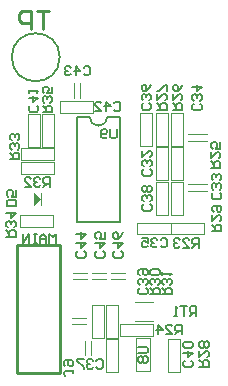
<source format=gbo>
G04*
G04 #@! TF.GenerationSoftware,Altium Limited,Altium Designer,21.1.1 (26)*
G04*
G04 Layer_Color=32896*
%FSLAX25Y25*%
%MOIN*%
G70*
G04*
G04 #@! TF.SameCoordinates,6B619DD0-B0A8-45CE-B01B-E577E84972AB*
G04*
G04*
G04 #@! TF.FilePolarity,Positive*
G04*
G01*
G75*
%ADD10C,0.00787*%
%ADD13C,0.00984*%
%ADD14C,0.00394*%
%ADD20C,0.00591*%
%ADD21C,0.01000*%
G36*
X294882Y58780D02*
X292520Y61142D01*
Y56417D01*
X294882Y58780D01*
D02*
G37*
D10*
X301000Y106000D02*
G03*
X301000Y106000I-8000J0D01*
G01*
X311153Y85984D02*
G03*
X316721Y85984I2784J0D01*
G01*
X321024Y50945D02*
Y85984D01*
X306850Y50945D02*
X321024D01*
X306850D02*
Y85984D01*
X311153D01*
X316721D02*
X321024D01*
D13*
X286614Y787D02*
X301181D01*
Y43307D01*
X286614D02*
X301181D01*
X286614Y787D02*
Y43307D01*
D14*
X311476Y6654D02*
Y11378D01*
X309508Y6654D02*
Y11378D01*
X305177Y18937D02*
X309902D01*
X305177Y16969D02*
X309902D01*
X316398Y12382D02*
X320335D01*
X316398D02*
Y23405D01*
X320335D01*
Y12382D02*
Y23405D01*
X311673Y12382D02*
X315610D01*
X311673D02*
Y23405D01*
X315610D01*
Y12382D02*
Y23405D01*
X320276Y925D02*
Y11949D01*
X316339D02*
X320276D01*
X316339Y925D02*
Y11949D01*
Y925D02*
X320276D01*
X326378Y1339D02*
X331102D01*
Y12362D01*
X326378D02*
X331102D01*
X326378Y1339D02*
Y12362D01*
X326161Y17992D02*
X332067D01*
X326161Y24291D02*
X332067D01*
X332205Y13012D02*
Y16949D01*
X321181Y13012D02*
X332205D01*
X321181D02*
Y16949D01*
X332205D01*
X337008Y11969D02*
X340945D01*
Y945D02*
Y11969D01*
X337008Y945D02*
X340945D01*
X337008D02*
Y11969D01*
X288228Y67047D02*
Y70984D01*
X299252D01*
Y67047D02*
Y70984D01*
X288228Y67047D02*
X299252D01*
X287657Y49528D02*
Y53465D01*
X298681D01*
Y49528D02*
Y53465D01*
X287657Y49528D02*
X298681D01*
X327898Y76378D02*
Y87402D01*
Y76378D02*
X331835D01*
Y87402D01*
X327898D02*
X331835D01*
X333071D02*
X337008D01*
Y76378D02*
Y87402D01*
X333071Y76378D02*
X337008D01*
X333071D02*
Y87402D01*
X338189Y76378D02*
X342126D01*
X338189D02*
Y87402D01*
X342126D01*
Y76378D02*
Y87402D01*
X342028Y53504D02*
Y64528D01*
X338091D02*
X342028D01*
X338091Y53504D02*
Y64528D01*
Y53504D02*
X342028D01*
X333248Y53425D02*
X337185D01*
X333248D02*
Y64449D01*
X337185D01*
Y53425D02*
Y64449D01*
X337175Y64984D02*
Y76007D01*
X333238D02*
X337175D01*
X333238Y64984D02*
Y76007D01*
Y64984D02*
X337175D01*
X338090Y65046D02*
X342027D01*
X338090D02*
Y76070D01*
X342027D01*
Y65046D02*
Y76070D01*
X343846Y63875D02*
X350145D01*
X343846Y61513D02*
X350145D01*
X343855Y78152D02*
X350154D01*
X343855Y80514D02*
X350154D01*
X338090Y46929D02*
Y50866D01*
X349114D01*
Y46929D02*
Y50866D01*
X338090Y46929D02*
X349114D01*
X326929Y50866D02*
X337953D01*
X326929Y46929D02*
Y50866D01*
Y46929D02*
X337953D01*
Y50866D01*
X305512Y32087D02*
X310236D01*
X305512Y34055D02*
X310236D01*
X311811Y32087D02*
X316535D01*
X311811Y34055D02*
X316535D01*
X318110Y32087D02*
X322835D01*
X318110Y34055D02*
X322835D01*
X294882Y56811D02*
Y60748D01*
X288189Y71653D02*
Y75590D01*
X299213D01*
Y71653D02*
Y75590D01*
X288189Y71653D02*
X299213D01*
X290413Y75984D02*
Y87008D01*
Y75984D02*
X294350D01*
Y87008D01*
X290413D02*
X294350D01*
X295059Y75965D02*
X298996D01*
X295059D02*
Y86988D01*
X298996D01*
Y75965D02*
Y86988D01*
X301181Y91339D02*
X312205D01*
X301181Y87402D02*
Y91339D01*
Y87402D02*
X312205D01*
Y91339D01*
X307658Y92539D02*
Y97264D01*
X305689Y92539D02*
Y97264D01*
D20*
X299665Y43937D02*
Y47086D01*
X298616Y46036D01*
X297566Y47086D01*
Y43937D01*
X296517D02*
Y46036D01*
X295467Y47086D01*
X294418Y46036D01*
Y43937D01*
Y45511D01*
X296517D01*
X293368Y47086D02*
X292319D01*
X292843D01*
Y43937D01*
X293368D01*
X292319D01*
X290744D02*
Y47086D01*
X288645Y43937D01*
Y47086D01*
X305492Y1877D02*
Y827D01*
Y1352D01*
X302868D01*
X302343Y827D01*
Y302D01*
X302868Y-222D01*
Y2926D02*
X302343Y3451D01*
Y4501D01*
X302868Y5025D01*
X304967D01*
X305492Y4501D01*
Y3451D01*
X304967Y2926D01*
X304442D01*
X303917Y3451D01*
Y5025D01*
X320025Y82066D02*
Y79443D01*
X319501Y78918D01*
X318451D01*
X317926Y79443D01*
Y82066D01*
X316877Y79443D02*
X316352Y78918D01*
X315302D01*
X314778Y79443D01*
Y81542D01*
X315302Y82066D01*
X316352D01*
X316877Y81542D01*
Y81017D01*
X316352Y80492D01*
X314778D01*
X327166Y9474D02*
X329790D01*
X330314Y8949D01*
Y7900D01*
X329790Y7375D01*
X327166D01*
X327691Y6326D02*
X327166Y5801D01*
Y4751D01*
X327691Y4227D01*
X328215D01*
X328740Y4751D01*
X329265Y4227D01*
X329790D01*
X330314Y4751D01*
Y5801D01*
X329790Y6326D01*
X329265D01*
X328740Y5801D01*
X328215Y6326D01*
X327691D01*
X328740Y5801D02*
Y4751D01*
X346488Y19784D02*
Y22933D01*
X344914D01*
X344389Y22408D01*
Y21358D01*
X344914Y20833D01*
X346488D01*
X345439D02*
X344389Y19784D01*
X343340Y22933D02*
X341241D01*
X342290D01*
Y19784D01*
X340191D02*
X339142D01*
X339666D01*
Y22933D01*
X340191Y22408D01*
X295276Y87751D02*
X298425D01*
Y89325D01*
X297900Y89850D01*
X296850D01*
X296326Y89325D01*
Y87751D01*
Y88800D02*
X295276Y89850D01*
X297900Y90899D02*
X298425Y91424D01*
Y92474D01*
X297900Y92998D01*
X297375D01*
X296850Y92474D01*
Y91949D01*
Y92474D01*
X296326Y92998D01*
X295801D01*
X295276Y92474D01*
Y91424D01*
X295801Y90899D01*
X298425Y96147D02*
Y94048D01*
X296850D01*
X297375Y95097D01*
Y95622D01*
X296850Y96147D01*
X295801D01*
X295276Y95622D01*
Y94573D01*
X295801Y94048D01*
X283209Y46176D02*
X286358D01*
Y47750D01*
X285833Y48275D01*
X284784D01*
X284259Y47750D01*
Y46176D01*
Y47225D02*
X283209Y48275D01*
X285833Y49325D02*
X286358Y49849D01*
Y50899D01*
X285833Y51424D01*
X285308D01*
X284784Y50899D01*
Y50374D01*
Y50899D01*
X284259Y51424D01*
X283734D01*
X283209Y50899D01*
Y49849D01*
X283734Y49325D01*
X283209Y54047D02*
X286358D01*
X284784Y52473D01*
Y54572D01*
X284449Y72062D02*
X287598D01*
Y73636D01*
X287073Y74161D01*
X286024D01*
X285499Y73636D01*
Y72062D01*
Y73111D02*
X284449Y74161D01*
X287073Y75210D02*
X287598Y75735D01*
Y76785D01*
X287073Y77309D01*
X286548D01*
X286024Y76785D01*
Y76260D01*
Y76785D01*
X285499Y77309D01*
X284974D01*
X284449Y76785D01*
Y75735D01*
X284974Y75210D01*
X287073Y78359D02*
X287598Y78884D01*
Y79933D01*
X287073Y80458D01*
X286548D01*
X286024Y79933D01*
Y79408D01*
Y79933D01*
X285499Y80458D01*
X284974D01*
X284449Y79933D01*
Y78884D01*
X284974Y78359D01*
X297702Y62815D02*
Y65964D01*
X296128D01*
X295603Y65439D01*
Y64390D01*
X296128Y63865D01*
X297702D01*
X296653D02*
X295603Y62815D01*
X294553Y65439D02*
X294029Y65964D01*
X292979D01*
X292454Y65439D01*
Y64915D01*
X292979Y64390D01*
X293504D01*
X292979D01*
X292454Y63865D01*
Y63340D01*
X292979Y62815D01*
X294029D01*
X294553Y63340D01*
X289306Y62815D02*
X291405D01*
X289306Y64915D01*
Y65439D01*
X289831Y65964D01*
X290880D01*
X291405Y65439D01*
X335138Y26970D02*
X338287D01*
Y28544D01*
X337762Y29069D01*
X336713D01*
X336188Y28544D01*
Y26970D01*
Y28019D02*
X335138Y29069D01*
X337762Y30118D02*
X338287Y30643D01*
Y31692D01*
X337762Y32217D01*
X337237D01*
X336713Y31692D01*
Y31168D01*
Y31692D01*
X336188Y32217D01*
X335663D01*
X335138Y31692D01*
Y30643D01*
X335663Y30118D01*
X335138Y33267D02*
Y34316D01*
Y33792D01*
X338287D01*
X337762Y33267D01*
X331162Y26970D02*
X334311D01*
Y28544D01*
X333786Y29069D01*
X332736D01*
X332211Y28544D01*
Y26970D01*
Y28019D02*
X331162Y29069D01*
X333786Y30118D02*
X334311Y30643D01*
Y31692D01*
X333786Y32217D01*
X333261D01*
X332736Y31692D01*
Y31168D01*
Y31692D01*
X332211Y32217D01*
X331687D01*
X331162Y31692D01*
Y30643D01*
X331687Y30118D01*
X333786Y33267D02*
X334311Y33792D01*
Y34841D01*
X333786Y35366D01*
X331687D01*
X331162Y34841D01*
Y33792D01*
X331687Y33267D01*
X333786D01*
X351772Y48144D02*
X354921D01*
Y49719D01*
X354396Y50244D01*
X353346D01*
X352822Y49719D01*
Y48144D01*
Y49194D02*
X351772Y50244D01*
Y53392D02*
Y51293D01*
X353871Y53392D01*
X354396D01*
X354921Y52867D01*
Y51818D01*
X354396Y51293D01*
X352297Y54442D02*
X351772Y54966D01*
Y56016D01*
X352297Y56541D01*
X354396D01*
X354921Y56016D01*
Y54966D01*
X354396Y54442D01*
X353871D01*
X353346Y54966D01*
Y56541D01*
X347599Y2908D02*
X350747D01*
Y4482D01*
X350223Y5007D01*
X349173D01*
X348649Y4482D01*
Y2908D01*
Y3958D02*
X347599Y5007D01*
Y8156D02*
Y6057D01*
X349698Y8156D01*
X350223D01*
X350747Y7631D01*
Y6582D01*
X350223Y6057D01*
Y9205D02*
X350747Y9730D01*
Y10780D01*
X350223Y11304D01*
X349698D01*
X349173Y10780D01*
X348649Y11304D01*
X348124D01*
X347599Y10780D01*
Y9730D01*
X348124Y9205D01*
X348649D01*
X349173Y9730D01*
X349698Y9205D01*
X350223D01*
X349173Y9730D02*
Y10780D01*
X333465Y88499D02*
X336614D01*
Y90073D01*
X336089Y90598D01*
X335039D01*
X334515Y90073D01*
Y88499D01*
Y89548D02*
X333465Y90598D01*
Y93746D02*
Y91647D01*
X335564Y93746D01*
X336089D01*
X336614Y93222D01*
Y92172D01*
X336089Y91647D01*
X336614Y94796D02*
Y96895D01*
X336089D01*
X333990Y94796D01*
X333465D01*
X338760Y88499D02*
X341909D01*
Y90073D01*
X341384Y90598D01*
X340335D01*
X339810Y90073D01*
Y88499D01*
Y89548D02*
X338760Y90598D01*
Y93746D02*
Y91647D01*
X340859Y93746D01*
X341384D01*
X341909Y93222D01*
Y92172D01*
X341384Y91647D01*
X341909Y96895D02*
X341384Y95845D01*
X340335Y94796D01*
X339285D01*
X338760Y95321D01*
Y96370D01*
X339285Y96895D01*
X339810D01*
X340335Y96370D01*
Y94796D01*
X351437Y69188D02*
X354586D01*
Y70762D01*
X354061Y71287D01*
X353012D01*
X352487Y70762D01*
Y69188D01*
Y70237D02*
X351437Y71287D01*
Y74435D02*
Y72336D01*
X353537Y74435D01*
X354061D01*
X354586Y73911D01*
Y72861D01*
X354061Y72336D01*
X354586Y77584D02*
Y75485D01*
X353012D01*
X353537Y76534D01*
Y77059D01*
X353012Y77584D01*
X351962D01*
X351437Y77059D01*
Y76010D01*
X351962Y75485D01*
X341659Y13642D02*
Y16791D01*
X340085D01*
X339560Y16266D01*
Y15217D01*
X340085Y14692D01*
X341659D01*
X340609D02*
X339560Y13642D01*
X336411D02*
X338510D01*
X336411Y15741D01*
Y16266D01*
X336936Y16791D01*
X337985D01*
X338510Y16266D01*
X333787Y13642D02*
Y16791D01*
X335362Y15217D01*
X333262D01*
X347367Y42540D02*
Y45689D01*
X345793D01*
X345268Y45164D01*
Y44114D01*
X345793Y43589D01*
X347367D01*
X346318D02*
X345268Y42540D01*
X342120D02*
X344219D01*
X342120Y44639D01*
Y45164D01*
X342645Y45689D01*
X343694D01*
X344219Y45164D01*
X341070D02*
X340546Y45689D01*
X339496D01*
X338971Y45164D01*
Y44639D01*
X339496Y44114D01*
X340021D01*
X339496D01*
X338971Y43589D01*
Y43065D01*
X339496Y42540D01*
X340546D01*
X341070Y43065D01*
X286515Y56353D02*
X283367D01*
Y57927D01*
X283891Y58452D01*
X285991D01*
X286515Y57927D01*
Y56353D01*
Y61600D02*
Y59501D01*
X284941D01*
X285466Y60551D01*
Y61076D01*
X284941Y61600D01*
X283891D01*
X283367Y61076D01*
Y60026D01*
X283891Y59501D01*
X321483Y41326D02*
X322007Y40801D01*
Y39752D01*
X321483Y39227D01*
X319384D01*
X318859Y39752D01*
Y40801D01*
X319384Y41326D01*
X318859Y43950D02*
X322007D01*
X320433Y42376D01*
Y44475D01*
X322007Y47623D02*
X321483Y46574D01*
X320433Y45524D01*
X319384D01*
X318859Y46049D01*
Y47099D01*
X319384Y47623D01*
X319908D01*
X320433Y47099D01*
Y45524D01*
X315439Y41326D02*
X315964Y40801D01*
Y39752D01*
X315439Y39227D01*
X313340D01*
X312815Y39752D01*
Y40801D01*
X313340Y41326D01*
X312815Y43950D02*
X315964D01*
X314390Y42376D01*
Y44475D01*
X315964Y47623D02*
Y45524D01*
X314390D01*
X314914Y46574D01*
Y47099D01*
X314390Y47623D01*
X313340D01*
X312815Y47099D01*
Y46049D01*
X313340Y45524D01*
X309120Y41326D02*
X309645Y40801D01*
Y39752D01*
X309120Y39227D01*
X307021D01*
X306497Y39752D01*
Y40801D01*
X307021Y41326D01*
X306497Y43950D02*
X309645D01*
X308071Y42376D01*
Y44475D01*
X306497Y47099D02*
X309645D01*
X308071Y45524D01*
Y47623D01*
X308949Y102565D02*
X309474Y103090D01*
X310524D01*
X311049Y102565D01*
Y100466D01*
X310524Y99941D01*
X309474D01*
X308949Y100466D01*
X306326Y99941D02*
Y103090D01*
X307900Y101516D01*
X305801D01*
X304751Y102565D02*
X304227Y103090D01*
X303177D01*
X302652Y102565D01*
Y102041D01*
X303177Y101516D01*
X303702D01*
X303177D01*
X302652Y100991D01*
Y100466D01*
X303177Y99941D01*
X304227D01*
X304751Y100466D01*
X319048Y90636D02*
X319573Y91161D01*
X320622D01*
X321147Y90636D01*
Y88537D01*
X320622Y88012D01*
X319573D01*
X319048Y88537D01*
X316424Y88012D02*
Y91161D01*
X317998Y89587D01*
X315899D01*
X312751Y88012D02*
X314850D01*
X312751Y90111D01*
Y90636D01*
X313276Y91161D01*
X314325D01*
X314850Y90636D01*
X293313Y89882D02*
X293838Y89358D01*
Y88308D01*
X293313Y87783D01*
X291214D01*
X290689Y88308D01*
Y89358D01*
X291214Y89882D01*
X290689Y92506D02*
X293838D01*
X292264Y90932D01*
Y93031D01*
X290689Y94081D02*
Y95130D01*
Y94605D01*
X293838D01*
X293313Y94081D01*
X344790Y4869D02*
X345315Y4345D01*
Y3295D01*
X344790Y2770D01*
X342691D01*
X342166Y3295D01*
Y4345D01*
X342691Y4869D01*
X342166Y7493D02*
X345315D01*
X343740Y5919D01*
Y8018D01*
X344790Y9068D02*
X345315Y9592D01*
Y10642D01*
X344790Y11167D01*
X342691D01*
X342166Y10642D01*
Y9592D01*
X342691Y9068D01*
X344790D01*
X329809Y29062D02*
X330334Y28538D01*
Y27488D01*
X329809Y26963D01*
X327710D01*
X327186Y27488D01*
Y28538D01*
X327710Y29062D01*
X329809Y30112D02*
X330334Y30637D01*
Y31686D01*
X329809Y32211D01*
X329285D01*
X328760Y31686D01*
Y31161D01*
Y31686D01*
X328235Y32211D01*
X327710D01*
X327186Y31686D01*
Y30637D01*
X327710Y30112D01*
Y33261D02*
X327186Y33785D01*
Y34835D01*
X327710Y35359D01*
X329809D01*
X330334Y34835D01*
Y33785D01*
X329809Y33261D01*
X329285D01*
X328760Y33785D01*
Y35359D01*
X331089Y56936D02*
X331614Y56412D01*
Y55362D01*
X331089Y54837D01*
X328990D01*
X328465Y55362D01*
Y56412D01*
X328990Y56936D01*
X331089Y57986D02*
X331614Y58511D01*
Y59560D01*
X331089Y60085D01*
X330564D01*
X330039Y59560D01*
Y59035D01*
Y59560D01*
X329515Y60085D01*
X328990D01*
X328465Y59560D01*
Y58511D01*
X328990Y57986D01*
X331089Y61134D02*
X331614Y61659D01*
Y62709D01*
X331089Y63234D01*
X330564D01*
X330039Y62709D01*
X329515Y63234D01*
X328990D01*
X328465Y62709D01*
Y61659D01*
X328990Y61134D01*
X329515D01*
X330039Y61659D01*
X330564Y61134D01*
X331089D01*
X330039Y61659D02*
Y62709D01*
X313182Y4829D02*
X313706Y5354D01*
X314756D01*
X315281Y4829D01*
Y2730D01*
X314756Y2205D01*
X313706D01*
X313182Y2730D01*
X312132Y4829D02*
X311607Y5354D01*
X310558D01*
X310033Y4829D01*
Y4304D01*
X310558Y3779D01*
X311083D01*
X310558D01*
X310033Y3255D01*
Y2730D01*
X310558Y2205D01*
X311607D01*
X312132Y2730D01*
X308984Y5354D02*
X306885D01*
Y4829D01*
X308984Y2730D01*
Y2205D01*
X330931Y90598D02*
X331456Y90073D01*
Y89024D01*
X330931Y88499D01*
X328832D01*
X328308Y89024D01*
Y90073D01*
X328832Y90598D01*
X330931Y91647D02*
X331456Y92172D01*
Y93222D01*
X330931Y93746D01*
X330407D01*
X329882Y93222D01*
Y92697D01*
Y93222D01*
X329357Y93746D01*
X328832D01*
X328308Y93222D01*
Y92172D01*
X328832Y91647D01*
X331456Y96895D02*
X330931Y95845D01*
X329882Y94796D01*
X328832D01*
X328308Y95321D01*
Y96370D01*
X328832Y96895D01*
X329357D01*
X329882Y96370D01*
Y94796D01*
X334619Y45223D02*
X335143Y45748D01*
X336193D01*
X336718Y45223D01*
Y43124D01*
X336193Y42599D01*
X335143D01*
X334619Y43124D01*
X333569Y45223D02*
X333045Y45748D01*
X331995D01*
X331470Y45223D01*
Y44698D01*
X331995Y44173D01*
X332520D01*
X331995D01*
X331470Y43648D01*
Y43124D01*
X331995Y42599D01*
X333045D01*
X333569Y43124D01*
X328322Y45748D02*
X330421D01*
Y44173D01*
X329371Y44698D01*
X328846D01*
X328322Y44173D01*
Y43124D01*
X328846Y42599D01*
X329896D01*
X330421Y43124D01*
X347801Y90460D02*
X348326Y89935D01*
Y88886D01*
X347801Y88361D01*
X345702D01*
X345178Y88886D01*
Y89935D01*
X345702Y90460D01*
X347801Y91509D02*
X348326Y92034D01*
Y93084D01*
X347801Y93609D01*
X347277D01*
X346752Y93084D01*
Y92559D01*
Y93084D01*
X346227Y93609D01*
X345702D01*
X345178Y93084D01*
Y92034D01*
X345702Y91509D01*
X345178Y96232D02*
X348326D01*
X346752Y94658D01*
Y96757D01*
X354317Y60795D02*
X354842Y60270D01*
Y59220D01*
X354317Y58696D01*
X352218D01*
X351693Y59220D01*
Y60270D01*
X352218Y60795D01*
X354317Y61844D02*
X354842Y62369D01*
Y63419D01*
X354317Y63943D01*
X353793D01*
X353268Y63419D01*
Y62894D01*
Y63419D01*
X352743Y63943D01*
X352218D01*
X351693Y63419D01*
Y62369D01*
X352218Y61844D01*
X354317Y64993D02*
X354842Y65517D01*
Y66567D01*
X354317Y67092D01*
X353793D01*
X353268Y66567D01*
Y66042D01*
Y66567D01*
X352743Y67092D01*
X352218D01*
X351693Y66567D01*
Y65517D01*
X352218Y64993D01*
X331128Y68610D02*
X331653Y68085D01*
Y67035D01*
X331128Y66510D01*
X329029D01*
X328504Y67035D01*
Y68085D01*
X329029Y68610D01*
X331128Y69659D02*
X331653Y70184D01*
Y71233D01*
X331128Y71758D01*
X330604D01*
X330079Y71233D01*
Y70709D01*
Y71233D01*
X329554Y71758D01*
X329029D01*
X328504Y71233D01*
Y70184D01*
X329029Y69659D01*
X328504Y74907D02*
Y72808D01*
X330604Y74907D01*
X331128D01*
X331653Y74382D01*
Y73333D01*
X331128Y72808D01*
D21*
X297500Y121498D02*
X293501D01*
X295501D01*
Y115500D01*
X291502D02*
Y121498D01*
X288503D01*
X287503Y120498D01*
Y118499D01*
X288503Y117499D01*
X291502D01*
M02*

</source>
